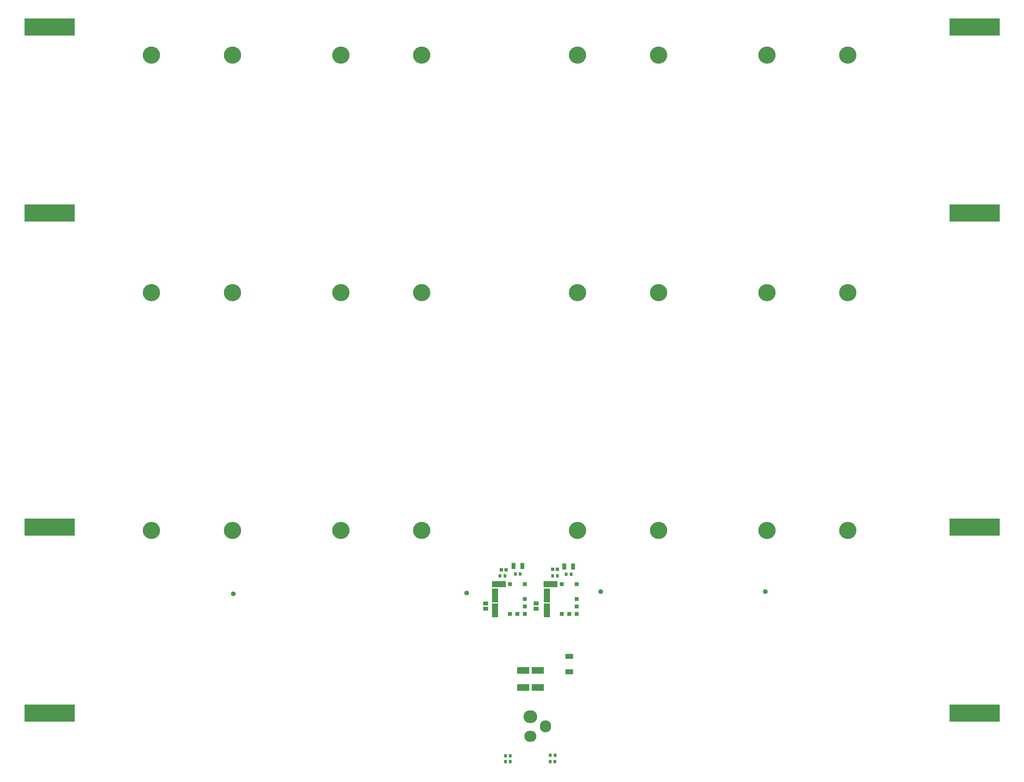
<source format=gts>
%FSTAX24Y24*%
%MOIN*%
%SFA1B1*%

%IPPOS*%
%ADD36R,0.035600X0.043400*%
%ADD37R,0.149700X0.080800*%
%ADD38R,0.039500X0.043400*%
%ADD39R,0.063100X0.051300*%
%ADD40R,0.051300X0.074900*%
%ADD41R,0.077700X0.168200*%
%ADD42R,0.168200X0.077700*%
%ADD43R,0.047800X0.047800*%
%ADD44R,0.094600X0.059200*%
%ADD45O,0.165500X0.155600*%
%ADD46O,0.136000X0.145800*%
%ADD47O,0.145800X0.136000*%
%ADD48C,0.208000*%
%ADD49R,0.608000X0.208000*%
%ADD50C,0.058000*%
%LNtoasterbigboard-1*%
%LPD*%
G54D36*
X090555Y04305D03*
X091145D03*
X089495Y04285D03*
X088905D03*
X084405Y0431D03*
X084995D03*
X083145Y04285D03*
X082555D03*
X089205Y02118D03*
X088615D03*
X083205Y0211D03*
X083795D03*
X088605Y0204D03*
X089195D03*
X083795D03*
X083205D03*
G54D37*
X0871Y02937D03*
Y03143D03*
X08535Y02937D03*
Y03143D03*
G54D38*
X088924Y04365D03*
X089476D03*
X082724Y0436D03*
X083276D03*
G54D39*
X0869Y039515D03*
Y038885D03*
X0808Y039515D03*
Y038885D03*
G54D40*
X090318Y044D03*
X091382D03*
X084169Y04405D03*
X085232D03*
G54D41*
X088199Y040501D03*
Y038702D03*
X081949Y040501D03*
Y038702D03*
G54D42*
X088648Y041851D03*
X082398D03*
G54D43*
X091801Y040052D03*
Y038249D03*
Y03915D03*
X089998Y041851D03*
Y038249D03*
X0909D03*
X091801Y041851D03*
X085551Y040052D03*
Y038249D03*
Y03915D03*
X083748Y041851D03*
Y038249D03*
X08465D03*
X085551Y041851D03*
G54D44*
X0909Y033125D03*
Y031275D03*
G54D45*
X0862Y025841D03*
G54D46*
X08805Y02466D03*
G54D47*
X0862Y023479D03*
G54D48*
X050208Y105865D03*
X040427D03*
X063299D03*
X07308D03*
X050208Y077115D03*
X040427D03*
X063299D03*
X07308D03*
X050208Y048365D03*
X040427D03*
X063299D03*
X07308D03*
X114799Y105865D03*
X124579D03*
X101707D03*
X091927D03*
X114799Y077115D03*
X124579D03*
X101707D03*
X091927D03*
X114799Y048365D03*
X124579D03*
X101707D03*
X091927D03*
G54D49*
X0281Y04875D03*
X1399D03*
Y08675D03*
X0281D03*
X1399Y02625D03*
X0281Y10925D03*
X1399D03*
X0281Y02625D03*
G54D50*
X0785Y0408D03*
X0503Y0407D03*
X094709Y04095D03*
X1146D03*
M02*
</source>
